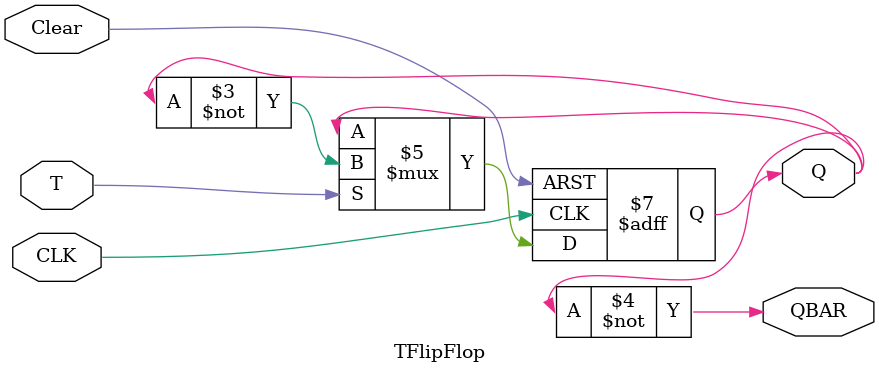
<source format=v>


module TFlipFlop(
    input wire  T,
    input wire  CLK,
    input wire  Clear,
    output reg  Q,
    output wire QBAR
    );

    always @ (posedge CLK or negedge Clear ) begin

    if (!Clear)
     Q <= 1'b0;
    else if (T)
     Q <= ~Q;
    end
    assign QBAR = ~Q;
endmodule

</source>
